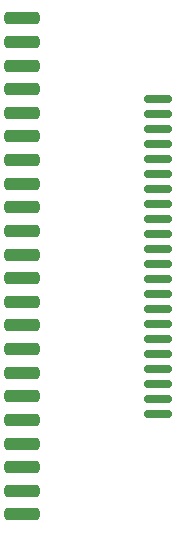
<source format=gtp>
G04 #@! TF.GenerationSoftware,KiCad,Pcbnew,7.0.1*
G04 #@! TF.CreationDate,2023-11-08T22:06:18+01:00*
G04 #@! TF.ProjectId,sd_ide_connector,73645f69-6465-45f6-936f-6e6e6563746f,rev?*
G04 #@! TF.SameCoordinates,Original*
G04 #@! TF.FileFunction,Paste,Top*
G04 #@! TF.FilePolarity,Positive*
%FSLAX46Y46*%
G04 Gerber Fmt 4.6, Leading zero omitted, Abs format (unit mm)*
G04 Created by KiCad (PCBNEW 7.0.1) date 2023-11-08 22:06:18*
%MOMM*%
%LPD*%
G01*
G04 APERTURE LIST*
G04 Aperture macros list*
%AMRoundRect*
0 Rectangle with rounded corners*
0 $1 Rounding radius*
0 $2 $3 $4 $5 $6 $7 $8 $9 X,Y pos of 4 corners*
0 Add a 4 corners polygon primitive as box body*
4,1,4,$2,$3,$4,$5,$6,$7,$8,$9,$2,$3,0*
0 Add four circle primitives for the rounded corners*
1,1,$1+$1,$2,$3*
1,1,$1+$1,$4,$5*
1,1,$1+$1,$6,$7*
1,1,$1+$1,$8,$9*
0 Add four rect primitives between the rounded corners*
20,1,$1+$1,$2,$3,$4,$5,0*
20,1,$1+$1,$4,$5,$6,$7,0*
20,1,$1+$1,$6,$7,$8,$9,0*
20,1,$1+$1,$8,$9,$2,$3,0*%
G04 Aperture macros list end*
%ADD10RoundRect,0.150000X1.050000X0.150000X-1.050000X0.150000X-1.050000X-0.150000X1.050000X-0.150000X0*%
%ADD11RoundRect,0.250000X1.250000X0.250000X-1.250000X0.250000X-1.250000X-0.250000X1.250000X-0.250000X0*%
G04 APERTURE END LIST*
D10*
X33524000Y-54954000D03*
X33524000Y-53684000D03*
X33524000Y-52414000D03*
X33524000Y-51144000D03*
X33524000Y-49874000D03*
X33524000Y-48604000D03*
X33524000Y-47334000D03*
X33524000Y-46064000D03*
X33524000Y-44794000D03*
X33524000Y-43524000D03*
X33524000Y-42254000D03*
X33524000Y-40984000D03*
X33524000Y-39714000D03*
X33524000Y-38444000D03*
X33524000Y-37174000D03*
X33524000Y-35904000D03*
X33524000Y-34634000D03*
X33524000Y-33364000D03*
X33524000Y-32094000D03*
X33524000Y-30824000D03*
X33524000Y-29554000D03*
X33524000Y-28284000D03*
D11*
X21971000Y-63495000D03*
X21971000Y-61495000D03*
X21971000Y-59495000D03*
X21971000Y-57495000D03*
X21971000Y-55495000D03*
X21971000Y-53495000D03*
X21971000Y-51495000D03*
X21971000Y-49495000D03*
X21971000Y-47495000D03*
X21971000Y-45495000D03*
X21971000Y-43495000D03*
X21971000Y-41495000D03*
X21971000Y-39495000D03*
X21971000Y-37495000D03*
X21971000Y-35495000D03*
X21971000Y-33495000D03*
X21971000Y-31495000D03*
X21971000Y-29495000D03*
X21971000Y-27495000D03*
X21971000Y-25495000D03*
X21971000Y-23495000D03*
X21971000Y-21495000D03*
M02*

</source>
